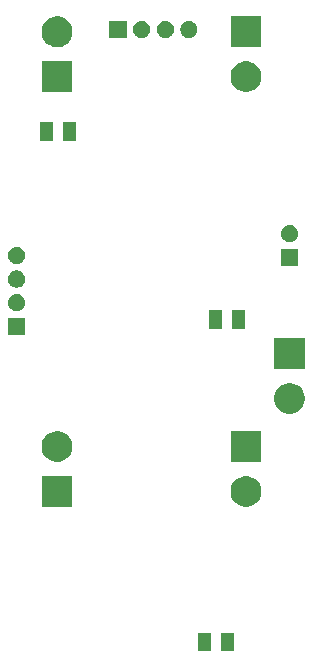
<source format=gbs>
G04 #@! TF.GenerationSoftware,KiCad,Pcbnew,(5.1.5)-3*
G04 #@! TF.CreationDate,2021-11-09T21:41:46-05:00*
G04 #@! TF.ProjectId,MotorDriver,4d6f746f-7244-4726-9976-65722e6b6963,rev?*
G04 #@! TF.SameCoordinates,Original*
G04 #@! TF.FileFunction,Soldermask,Bot*
G04 #@! TF.FilePolarity,Negative*
%FSLAX46Y46*%
G04 Gerber Fmt 4.6, Leading zero omitted, Abs format (unit mm)*
G04 Created by KiCad (PCBNEW (5.1.5)-3) date 2021-11-09 21:41:46*
%MOMM*%
%LPD*%
G04 APERTURE LIST*
%ADD10C,0.100000*%
G04 APERTURE END LIST*
D10*
G36*
X86974500Y-93828500D02*
G01*
X85872500Y-93828500D01*
X85872500Y-92226500D01*
X86974500Y-92226500D01*
X86974500Y-93828500D01*
G37*
G36*
X85054500Y-93828500D02*
G01*
X83952500Y-93828500D01*
X83952500Y-92226500D01*
X85054500Y-92226500D01*
X85054500Y-93828500D01*
G37*
G36*
X73300680Y-81574680D02*
G01*
X70699320Y-81574680D01*
X70699320Y-78973320D01*
X73300680Y-78973320D01*
X73300680Y-81574680D01*
G37*
G36*
X88379393Y-79013304D02*
G01*
X88616101Y-79111352D01*
X88616103Y-79111353D01*
X88829135Y-79253696D01*
X89010304Y-79434865D01*
X89152647Y-79647897D01*
X89152648Y-79647899D01*
X89250696Y-79884607D01*
X89300680Y-80135893D01*
X89300680Y-80392107D01*
X89250696Y-80643393D01*
X89152648Y-80880101D01*
X89152647Y-80880103D01*
X89010304Y-81093135D01*
X88829135Y-81274304D01*
X88616103Y-81416647D01*
X88616102Y-81416648D01*
X88616101Y-81416648D01*
X88379393Y-81514696D01*
X88128107Y-81564680D01*
X87871893Y-81564680D01*
X87620607Y-81514696D01*
X87383899Y-81416648D01*
X87383898Y-81416648D01*
X87383897Y-81416647D01*
X87170865Y-81274304D01*
X86989696Y-81093135D01*
X86847353Y-80880103D01*
X86847352Y-80880101D01*
X86749304Y-80643393D01*
X86699320Y-80392107D01*
X86699320Y-80135893D01*
X86749304Y-79884607D01*
X86847352Y-79647899D01*
X86847353Y-79647897D01*
X86989696Y-79434865D01*
X87170865Y-79253696D01*
X87383897Y-79111353D01*
X87383899Y-79111352D01*
X87620607Y-79013304D01*
X87871893Y-78963320D01*
X88128107Y-78963320D01*
X88379393Y-79013304D01*
G37*
G36*
X72379393Y-75213304D02*
G01*
X72616101Y-75311352D01*
X72616103Y-75311353D01*
X72829135Y-75453696D01*
X73010304Y-75634865D01*
X73152647Y-75847897D01*
X73152648Y-75847899D01*
X73250696Y-76084607D01*
X73300680Y-76335893D01*
X73300680Y-76592107D01*
X73250696Y-76843393D01*
X73152648Y-77080101D01*
X73152647Y-77080103D01*
X73010304Y-77293135D01*
X72829135Y-77474304D01*
X72616103Y-77616647D01*
X72616102Y-77616648D01*
X72616101Y-77616648D01*
X72379393Y-77714696D01*
X72128107Y-77764680D01*
X71871893Y-77764680D01*
X71620607Y-77714696D01*
X71383899Y-77616648D01*
X71383898Y-77616648D01*
X71383897Y-77616647D01*
X71170865Y-77474304D01*
X70989696Y-77293135D01*
X70847353Y-77080103D01*
X70847352Y-77080101D01*
X70749304Y-76843393D01*
X70699320Y-76592107D01*
X70699320Y-76335893D01*
X70749304Y-76084607D01*
X70847352Y-75847899D01*
X70847353Y-75847897D01*
X70989696Y-75634865D01*
X71170865Y-75453696D01*
X71383897Y-75311353D01*
X71383899Y-75311352D01*
X71620607Y-75213304D01*
X71871893Y-75163320D01*
X72128107Y-75163320D01*
X72379393Y-75213304D01*
G37*
G36*
X89300680Y-77754680D02*
G01*
X86699320Y-77754680D01*
X86699320Y-75153320D01*
X89300680Y-75153320D01*
X89300680Y-77754680D01*
G37*
G36*
X92073393Y-71139304D02*
G01*
X92310101Y-71237352D01*
X92310103Y-71237353D01*
X92523135Y-71379696D01*
X92704304Y-71560865D01*
X92846647Y-71773897D01*
X92846648Y-71773899D01*
X92944696Y-72010607D01*
X92994680Y-72261893D01*
X92994680Y-72518107D01*
X92944696Y-72769393D01*
X92846648Y-73006101D01*
X92846647Y-73006103D01*
X92704304Y-73219135D01*
X92523135Y-73400304D01*
X92310103Y-73542647D01*
X92310102Y-73542648D01*
X92310101Y-73542648D01*
X92073393Y-73640696D01*
X91822107Y-73690680D01*
X91565893Y-73690680D01*
X91314607Y-73640696D01*
X91077899Y-73542648D01*
X91077898Y-73542648D01*
X91077897Y-73542647D01*
X90864865Y-73400304D01*
X90683696Y-73219135D01*
X90541353Y-73006103D01*
X90541352Y-73006101D01*
X90443304Y-72769393D01*
X90393320Y-72518107D01*
X90393320Y-72261893D01*
X90443304Y-72010607D01*
X90541352Y-71773899D01*
X90541353Y-71773897D01*
X90683696Y-71560865D01*
X90864865Y-71379696D01*
X91077897Y-71237353D01*
X91077899Y-71237352D01*
X91314607Y-71139304D01*
X91565893Y-71089320D01*
X91822107Y-71089320D01*
X92073393Y-71139304D01*
G37*
G36*
X92994680Y-69880680D02*
G01*
X90393320Y-69880680D01*
X90393320Y-67279320D01*
X92994680Y-67279320D01*
X92994680Y-69880680D01*
G37*
G36*
X69306000Y-67020000D02*
G01*
X67854000Y-67020000D01*
X67854000Y-65568000D01*
X69306000Y-65568000D01*
X69306000Y-67020000D01*
G37*
G36*
X86007000Y-66536200D02*
G01*
X84905000Y-66536200D01*
X84905000Y-64934200D01*
X86007000Y-64934200D01*
X86007000Y-66536200D01*
G37*
G36*
X87927000Y-66536200D02*
G01*
X86825000Y-66536200D01*
X86825000Y-64934200D01*
X87927000Y-64934200D01*
X87927000Y-66536200D01*
G37*
G36*
X68791766Y-63595899D02*
G01*
X68923888Y-63650626D01*
X68923890Y-63650627D01*
X69042798Y-63730079D01*
X69143921Y-63831202D01*
X69143922Y-63831204D01*
X69223374Y-63950112D01*
X69278101Y-64082234D01*
X69306000Y-64222494D01*
X69306000Y-64365506D01*
X69278101Y-64505766D01*
X69223374Y-64637888D01*
X69223373Y-64637890D01*
X69143921Y-64756798D01*
X69042798Y-64857921D01*
X68923890Y-64937373D01*
X68923889Y-64937374D01*
X68923888Y-64937374D01*
X68791766Y-64992101D01*
X68651506Y-65020000D01*
X68508494Y-65020000D01*
X68368234Y-64992101D01*
X68236112Y-64937374D01*
X68236111Y-64937374D01*
X68236110Y-64937373D01*
X68117202Y-64857921D01*
X68016079Y-64756798D01*
X67936627Y-64637890D01*
X67936626Y-64637888D01*
X67881899Y-64505766D01*
X67854000Y-64365506D01*
X67854000Y-64222494D01*
X67881899Y-64082234D01*
X67936626Y-63950112D01*
X68016078Y-63831204D01*
X68016079Y-63831202D01*
X68117202Y-63730079D01*
X68236110Y-63650627D01*
X68236112Y-63650626D01*
X68368234Y-63595899D01*
X68508494Y-63568000D01*
X68651506Y-63568000D01*
X68791766Y-63595899D01*
G37*
G36*
X68791766Y-61595899D02*
G01*
X68923888Y-61650626D01*
X68923890Y-61650627D01*
X69042798Y-61730079D01*
X69143921Y-61831202D01*
X69143922Y-61831204D01*
X69223374Y-61950112D01*
X69278101Y-62082234D01*
X69306000Y-62222494D01*
X69306000Y-62365506D01*
X69278101Y-62505766D01*
X69223374Y-62637888D01*
X69223373Y-62637890D01*
X69143921Y-62756798D01*
X69042798Y-62857921D01*
X68923890Y-62937373D01*
X68923889Y-62937374D01*
X68923888Y-62937374D01*
X68791766Y-62992101D01*
X68651506Y-63020000D01*
X68508494Y-63020000D01*
X68368234Y-62992101D01*
X68236112Y-62937374D01*
X68236111Y-62937374D01*
X68236110Y-62937373D01*
X68117202Y-62857921D01*
X68016079Y-62756798D01*
X67936627Y-62637890D01*
X67936626Y-62637888D01*
X67881899Y-62505766D01*
X67854000Y-62365506D01*
X67854000Y-62222494D01*
X67881899Y-62082234D01*
X67936626Y-61950112D01*
X68016078Y-61831204D01*
X68016079Y-61831202D01*
X68117202Y-61730079D01*
X68236110Y-61650627D01*
X68236112Y-61650626D01*
X68368234Y-61595899D01*
X68508494Y-61568000D01*
X68651506Y-61568000D01*
X68791766Y-61595899D01*
G37*
G36*
X92420000Y-61178000D02*
G01*
X90968000Y-61178000D01*
X90968000Y-59726000D01*
X92420000Y-59726000D01*
X92420000Y-61178000D01*
G37*
G36*
X68791766Y-59595899D02*
G01*
X68923888Y-59650626D01*
X68923890Y-59650627D01*
X69042798Y-59730079D01*
X69143921Y-59831202D01*
X69143922Y-59831204D01*
X69223374Y-59950112D01*
X69278101Y-60082234D01*
X69306000Y-60222494D01*
X69306000Y-60365506D01*
X69278101Y-60505766D01*
X69223374Y-60637888D01*
X69223373Y-60637890D01*
X69143921Y-60756798D01*
X69042798Y-60857921D01*
X68923890Y-60937373D01*
X68923889Y-60937374D01*
X68923888Y-60937374D01*
X68791766Y-60992101D01*
X68651506Y-61020000D01*
X68508494Y-61020000D01*
X68368234Y-60992101D01*
X68236112Y-60937374D01*
X68236111Y-60937374D01*
X68236110Y-60937373D01*
X68117202Y-60857921D01*
X68016079Y-60756798D01*
X67936627Y-60637890D01*
X67936626Y-60637888D01*
X67881899Y-60505766D01*
X67854000Y-60365506D01*
X67854000Y-60222494D01*
X67881899Y-60082234D01*
X67936626Y-59950112D01*
X68016078Y-59831204D01*
X68016079Y-59831202D01*
X68117202Y-59730079D01*
X68236110Y-59650627D01*
X68236112Y-59650626D01*
X68368234Y-59595899D01*
X68508494Y-59568000D01*
X68651506Y-59568000D01*
X68791766Y-59595899D01*
G37*
G36*
X91905766Y-57753899D02*
G01*
X92037888Y-57808626D01*
X92037890Y-57808627D01*
X92156798Y-57888079D01*
X92257921Y-57989202D01*
X92257922Y-57989204D01*
X92337374Y-58108112D01*
X92392101Y-58240234D01*
X92420000Y-58380494D01*
X92420000Y-58523506D01*
X92392101Y-58663766D01*
X92337374Y-58795888D01*
X92337373Y-58795890D01*
X92257921Y-58914798D01*
X92156798Y-59015921D01*
X92037890Y-59095373D01*
X92037889Y-59095374D01*
X92037888Y-59095374D01*
X91905766Y-59150101D01*
X91765506Y-59178000D01*
X91622494Y-59178000D01*
X91482234Y-59150101D01*
X91350112Y-59095374D01*
X91350111Y-59095374D01*
X91350110Y-59095373D01*
X91231202Y-59015921D01*
X91130079Y-58914798D01*
X91050627Y-58795890D01*
X91050626Y-58795888D01*
X90995899Y-58663766D01*
X90968000Y-58523506D01*
X90968000Y-58380494D01*
X90995899Y-58240234D01*
X91050626Y-58108112D01*
X91130078Y-57989204D01*
X91130079Y-57989202D01*
X91231202Y-57888079D01*
X91350110Y-57808627D01*
X91350112Y-57808626D01*
X91482234Y-57753899D01*
X91622494Y-57726000D01*
X91765506Y-57726000D01*
X91905766Y-57753899D01*
G37*
G36*
X73591000Y-50585000D02*
G01*
X72489000Y-50585000D01*
X72489000Y-48983000D01*
X73591000Y-48983000D01*
X73591000Y-50585000D01*
G37*
G36*
X71671000Y-50585000D02*
G01*
X70569000Y-50585000D01*
X70569000Y-48983000D01*
X71671000Y-48983000D01*
X71671000Y-50585000D01*
G37*
G36*
X73300680Y-46471880D02*
G01*
X70699320Y-46471880D01*
X70699320Y-43870520D01*
X73300680Y-43870520D01*
X73300680Y-46471880D01*
G37*
G36*
X88379393Y-43910504D02*
G01*
X88616101Y-44008552D01*
X88616103Y-44008553D01*
X88829135Y-44150896D01*
X89010304Y-44332065D01*
X89152647Y-44545097D01*
X89152648Y-44545099D01*
X89250696Y-44781807D01*
X89300680Y-45033093D01*
X89300680Y-45289307D01*
X89250696Y-45540593D01*
X89152648Y-45777301D01*
X89152647Y-45777303D01*
X89010304Y-45990335D01*
X88829135Y-46171504D01*
X88616103Y-46313847D01*
X88616102Y-46313848D01*
X88616101Y-46313848D01*
X88379393Y-46411896D01*
X88128107Y-46461880D01*
X87871893Y-46461880D01*
X87620607Y-46411896D01*
X87383899Y-46313848D01*
X87383898Y-46313848D01*
X87383897Y-46313847D01*
X87170865Y-46171504D01*
X86989696Y-45990335D01*
X86847353Y-45777303D01*
X86847352Y-45777301D01*
X86749304Y-45540593D01*
X86699320Y-45289307D01*
X86699320Y-45033093D01*
X86749304Y-44781807D01*
X86847352Y-44545099D01*
X86847353Y-44545097D01*
X86989696Y-44332065D01*
X87170865Y-44150896D01*
X87383897Y-44008553D01*
X87383899Y-44008552D01*
X87620607Y-43910504D01*
X87871893Y-43860520D01*
X88128107Y-43860520D01*
X88379393Y-43910504D01*
G37*
G36*
X72379393Y-40110504D02*
G01*
X72616101Y-40208552D01*
X72616103Y-40208553D01*
X72829135Y-40350896D01*
X73010304Y-40532065D01*
X73152647Y-40745097D01*
X73152648Y-40745099D01*
X73250696Y-40981807D01*
X73300680Y-41233093D01*
X73300680Y-41489307D01*
X73250696Y-41740593D01*
X73152648Y-41977301D01*
X73152647Y-41977303D01*
X73010304Y-42190335D01*
X72829135Y-42371504D01*
X72616103Y-42513847D01*
X72616102Y-42513848D01*
X72616101Y-42513848D01*
X72379393Y-42611896D01*
X72128107Y-42661880D01*
X71871893Y-42661880D01*
X71620607Y-42611896D01*
X71383899Y-42513848D01*
X71383898Y-42513848D01*
X71383897Y-42513847D01*
X71170865Y-42371504D01*
X70989696Y-42190335D01*
X70847353Y-41977303D01*
X70847352Y-41977301D01*
X70749304Y-41740593D01*
X70699320Y-41489307D01*
X70699320Y-41233093D01*
X70749304Y-40981807D01*
X70847352Y-40745099D01*
X70847353Y-40745097D01*
X70989696Y-40532065D01*
X71170865Y-40350896D01*
X71383897Y-40208553D01*
X71383899Y-40208552D01*
X71620607Y-40110504D01*
X71871893Y-40060520D01*
X72128107Y-40060520D01*
X72379393Y-40110504D01*
G37*
G36*
X89300680Y-42651880D02*
G01*
X86699320Y-42651880D01*
X86699320Y-40050520D01*
X89300680Y-40050520D01*
X89300680Y-42651880D01*
G37*
G36*
X81376966Y-40449899D02*
G01*
X81509088Y-40504626D01*
X81509090Y-40504627D01*
X81627998Y-40584079D01*
X81729121Y-40685202D01*
X81769143Y-40745099D01*
X81808574Y-40804112D01*
X81863301Y-40936234D01*
X81891200Y-41076494D01*
X81891200Y-41219506D01*
X81863301Y-41359766D01*
X81809643Y-41489307D01*
X81808573Y-41491890D01*
X81729121Y-41610798D01*
X81627998Y-41711921D01*
X81509090Y-41791373D01*
X81509089Y-41791374D01*
X81509088Y-41791374D01*
X81376966Y-41846101D01*
X81236706Y-41874000D01*
X81093694Y-41874000D01*
X80953434Y-41846101D01*
X80821312Y-41791374D01*
X80821311Y-41791374D01*
X80821310Y-41791373D01*
X80702402Y-41711921D01*
X80601279Y-41610798D01*
X80521827Y-41491890D01*
X80520757Y-41489307D01*
X80467099Y-41359766D01*
X80439200Y-41219506D01*
X80439200Y-41076494D01*
X80467099Y-40936234D01*
X80521826Y-40804112D01*
X80561257Y-40745099D01*
X80601279Y-40685202D01*
X80702402Y-40584079D01*
X80821310Y-40504627D01*
X80821312Y-40504626D01*
X80953434Y-40449899D01*
X81093694Y-40422000D01*
X81236706Y-40422000D01*
X81376966Y-40449899D01*
G37*
G36*
X77891200Y-41874000D02*
G01*
X76439200Y-41874000D01*
X76439200Y-40422000D01*
X77891200Y-40422000D01*
X77891200Y-41874000D01*
G37*
G36*
X79376966Y-40449899D02*
G01*
X79509088Y-40504626D01*
X79509090Y-40504627D01*
X79627998Y-40584079D01*
X79729121Y-40685202D01*
X79769143Y-40745099D01*
X79808574Y-40804112D01*
X79863301Y-40936234D01*
X79891200Y-41076494D01*
X79891200Y-41219506D01*
X79863301Y-41359766D01*
X79809643Y-41489307D01*
X79808573Y-41491890D01*
X79729121Y-41610798D01*
X79627998Y-41711921D01*
X79509090Y-41791373D01*
X79509089Y-41791374D01*
X79509088Y-41791374D01*
X79376966Y-41846101D01*
X79236706Y-41874000D01*
X79093694Y-41874000D01*
X78953434Y-41846101D01*
X78821312Y-41791374D01*
X78821311Y-41791374D01*
X78821310Y-41791373D01*
X78702402Y-41711921D01*
X78601279Y-41610798D01*
X78521827Y-41491890D01*
X78520757Y-41489307D01*
X78467099Y-41359766D01*
X78439200Y-41219506D01*
X78439200Y-41076494D01*
X78467099Y-40936234D01*
X78521826Y-40804112D01*
X78561257Y-40745099D01*
X78601279Y-40685202D01*
X78702402Y-40584079D01*
X78821310Y-40504627D01*
X78821312Y-40504626D01*
X78953434Y-40449899D01*
X79093694Y-40422000D01*
X79236706Y-40422000D01*
X79376966Y-40449899D01*
G37*
G36*
X83376966Y-40449899D02*
G01*
X83509088Y-40504626D01*
X83509090Y-40504627D01*
X83627998Y-40584079D01*
X83729121Y-40685202D01*
X83769143Y-40745099D01*
X83808574Y-40804112D01*
X83863301Y-40936234D01*
X83891200Y-41076494D01*
X83891200Y-41219506D01*
X83863301Y-41359766D01*
X83809643Y-41489307D01*
X83808573Y-41491890D01*
X83729121Y-41610798D01*
X83627998Y-41711921D01*
X83509090Y-41791373D01*
X83509089Y-41791374D01*
X83509088Y-41791374D01*
X83376966Y-41846101D01*
X83236706Y-41874000D01*
X83093694Y-41874000D01*
X82953434Y-41846101D01*
X82821312Y-41791374D01*
X82821311Y-41791374D01*
X82821310Y-41791373D01*
X82702402Y-41711921D01*
X82601279Y-41610798D01*
X82521827Y-41491890D01*
X82520757Y-41489307D01*
X82467099Y-41359766D01*
X82439200Y-41219506D01*
X82439200Y-41076494D01*
X82467099Y-40936234D01*
X82521826Y-40804112D01*
X82561257Y-40745099D01*
X82601279Y-40685202D01*
X82702402Y-40584079D01*
X82821310Y-40504627D01*
X82821312Y-40504626D01*
X82953434Y-40449899D01*
X83093694Y-40422000D01*
X83236706Y-40422000D01*
X83376966Y-40449899D01*
G37*
M02*

</source>
